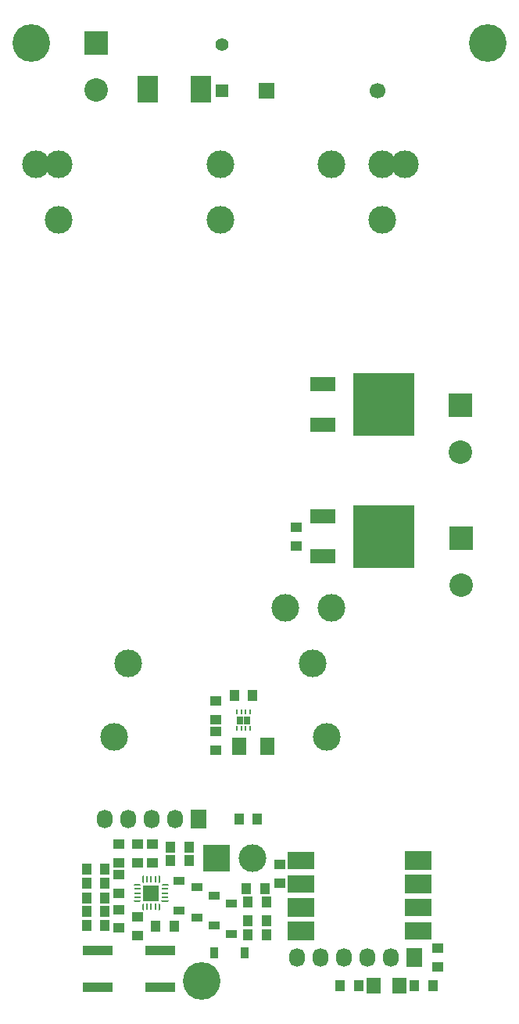
<source format=gts>
G04 #@! TF.FileFunction,Soldermask,Top*
%FSLAX46Y46*%
G04 Gerber Fmt 4.6, Leading zero omitted, Abs format (unit mm)*
G04 Created by KiCad (PCBNEW 4.0.2+dfsg1-stable) date dim. 11 sept. 2016 16:29:45 CEST*
%MOMM*%
G01*
G04 APERTURE LIST*
%ADD10C,0.150000*%
%ADD11R,0.280000X0.500000*%
%ADD12R,0.800000X0.900000*%
%ADD13C,3.000000*%
%ADD14R,1.700000X1.700000*%
%ADD15C,1.700000*%
%ADD16R,3.000000X3.000000*%
%ADD17R,1.250000X1.000000*%
%ADD18R,3.000000X1.900000*%
%ADD19R,3.000000X2.000000*%
%ADD20R,1.727200X2.032000*%
%ADD21O,1.727200X2.032000*%
%ADD22R,0.910000X1.220000*%
%ADD23R,1.000000X1.250000*%
%ADD24R,1.220000X0.910000*%
%ADD25R,1.597660X1.800860*%
%ADD26R,0.800000X0.200000*%
%ADD27R,0.200000X0.800000*%
%ADD28R,2.200000X3.000000*%
%ADD29R,1.501140X1.899920*%
%ADD30R,2.780000X1.550000*%
%ADD31R,6.730000X6.740000*%
%ADD32R,3.200000X1.000000*%
%ADD33R,2.540000X2.540000*%
%ADD34C,2.540000*%
%ADD35R,1.400000X1.400000*%
%ADD36C,1.400000*%
%ADD37C,4.064000*%
G04 APERTURE END LIST*
D10*
D11*
X106250000Y-33400000D03*
X105750000Y-33400000D03*
X105250000Y-33400000D03*
X104750000Y-33400000D03*
X104750000Y-35200000D03*
X105250000Y-35200000D03*
X105750000Y-35200000D03*
X106250000Y-35200000D03*
D12*
X105100000Y-34300000D03*
X105900000Y-34300000D03*
D13*
X91500000Y-36100000D03*
X114500000Y-36100000D03*
X123000000Y25900000D03*
X83000000Y25900000D03*
X120500000Y19900000D03*
X103000000Y19900000D03*
X85500000Y19900000D03*
X115000000Y-22100000D03*
X110000000Y-22100000D03*
X115000000Y25900000D03*
X85500000Y25900000D03*
X103000000Y25900000D03*
X120500000Y25900000D03*
X93000000Y-28100000D03*
X113000000Y-28100000D03*
D14*
X108000000Y33800000D03*
D15*
X120000000Y33800000D03*
D16*
X102600000Y-49200000D03*
D13*
X106485000Y-49200000D03*
D17*
X126500000Y-59000000D03*
X126500000Y-61000000D03*
D18*
X111750000Y-49490000D03*
X111750000Y-52030000D03*
D19*
X111750000Y-54570000D03*
X111750000Y-57110000D03*
D18*
X124450000Y-57110000D03*
X124450000Y-54570000D03*
D19*
X124450000Y-52030000D03*
X124450000Y-49490000D03*
D20*
X124000000Y-60000000D03*
D21*
X121460000Y-60000000D03*
X118920000Y-60000000D03*
X116380000Y-60000000D03*
X113840000Y-60000000D03*
X111300000Y-60000000D03*
D22*
X105635000Y-59500000D03*
X102365000Y-59500000D03*
D17*
X94000000Y-47700000D03*
X94000000Y-49700000D03*
D23*
X126000000Y-63000000D03*
X124000000Y-63000000D03*
D17*
X92000000Y-56800000D03*
X92000000Y-54800000D03*
X92000000Y-51000000D03*
X92000000Y-53000000D03*
D23*
X99600000Y-49500000D03*
X97600000Y-49500000D03*
X98000000Y-56575000D03*
X96000000Y-56575000D03*
D24*
X102300000Y-53265000D03*
X102300000Y-56535000D03*
X100500000Y-52365000D03*
X100500000Y-55635000D03*
X104200000Y-54165000D03*
X104200000Y-57435000D03*
X98500000Y-54935000D03*
X98500000Y-51665000D03*
D23*
X88500000Y-55000000D03*
X90500000Y-55000000D03*
X88500000Y-53500000D03*
X90500000Y-53500000D03*
X88500000Y-56500000D03*
X90500000Y-56500000D03*
D17*
X92000000Y-47700000D03*
X92000000Y-49700000D03*
X95600000Y-47700000D03*
X95600000Y-49700000D03*
D23*
X97600000Y-48000000D03*
X99600000Y-48000000D03*
X88500000Y-51900000D03*
X90500000Y-51900000D03*
X88500000Y-50400000D03*
X90500000Y-50400000D03*
D25*
X122419860Y-63000000D03*
X119580140Y-63000000D03*
D23*
X118000000Y-63000000D03*
X116000000Y-63000000D03*
D10*
G36*
X93600000Y-52200000D02*
X93700000Y-52000000D01*
X94300000Y-52000000D01*
X94400000Y-52200000D01*
X93600000Y-52200000D01*
X93600000Y-52200000D01*
G37*
D26*
X94000000Y-52550000D03*
X94000000Y-53000000D03*
X94000000Y-53450000D03*
D10*
G36*
X94400000Y-53800000D02*
X94300000Y-54000000D01*
X93700000Y-54000000D01*
X93600000Y-53800000D01*
X94400000Y-53800000D01*
X94400000Y-53800000D01*
G37*
G36*
X94700000Y-54900000D02*
X94500000Y-54800000D01*
X94500000Y-54200000D01*
X94700000Y-54100000D01*
X94700000Y-54900000D01*
X94700000Y-54900000D01*
G37*
D27*
X95050000Y-54500000D03*
X95500000Y-54500000D03*
X95950000Y-54500000D03*
D10*
G36*
X96300000Y-54100000D02*
X96500000Y-54200000D01*
X96500000Y-54800000D01*
X96300000Y-54900000D01*
X96300000Y-54100000D01*
X96300000Y-54100000D01*
G37*
G36*
X97400000Y-53800000D02*
X97300000Y-54000000D01*
X96700000Y-54000000D01*
X96600000Y-53800000D01*
X97400000Y-53800000D01*
X97400000Y-53800000D01*
G37*
D26*
X97000000Y-53450000D03*
X97000000Y-53000000D03*
X97000000Y-52550000D03*
D10*
G36*
X96600000Y-52200000D02*
X96700000Y-52000000D01*
X97300000Y-52000000D01*
X97400000Y-52200000D01*
X96600000Y-52200000D01*
X96600000Y-52200000D01*
G37*
G36*
X96300000Y-51100000D02*
X96500000Y-51200000D01*
X96500000Y-51800000D01*
X96300000Y-51900000D01*
X96300000Y-51100000D01*
X96300000Y-51100000D01*
G37*
D27*
X95950000Y-51500000D03*
X95500000Y-51500000D03*
X95050000Y-51500000D03*
D10*
G36*
X94700000Y-51900000D02*
X94500000Y-51800000D01*
X94500000Y-51200000D01*
X94700000Y-51100000D01*
X94700000Y-51900000D01*
X94700000Y-51900000D01*
G37*
D14*
X95500000Y-53000000D03*
D20*
X100600000Y-45000000D03*
D21*
X98060000Y-45000000D03*
X95520000Y-45000000D03*
X92980000Y-45000000D03*
X90440000Y-45000000D03*
D23*
X106500000Y-31600000D03*
X104500000Y-31600000D03*
D28*
X95100000Y34000000D03*
X100900000Y34000000D03*
D29*
X105076000Y-37100000D03*
X108124000Y-37100000D03*
D30*
X114100000Y-2280000D03*
D31*
X120735000Y-100000D03*
D30*
X114100000Y2080000D03*
D17*
X102500000Y-37500000D03*
X102500000Y-35500000D03*
X102500000Y-34200000D03*
X102500000Y-32200000D03*
D23*
X107800000Y-52500000D03*
X105800000Y-52500000D03*
X108000000Y-54000000D03*
X106000000Y-54000000D03*
X107000000Y-45000000D03*
X105000000Y-45000000D03*
X108000000Y-56000000D03*
X106000000Y-56000000D03*
X108000000Y-57500000D03*
X106000000Y-57500000D03*
D32*
X89700000Y-63200000D03*
X96500000Y-63200000D03*
X96500000Y-59200000D03*
X89700000Y-59200000D03*
D17*
X111200000Y-13400000D03*
X111200000Y-15400000D03*
D30*
X114100000Y-16580000D03*
D31*
X120735000Y-14400000D03*
D30*
X114100000Y-12220000D03*
D33*
X89500000Y39040000D03*
D34*
X89500000Y33960000D03*
D33*
X129000000Y-160000D03*
D34*
X129000000Y-5240000D03*
D33*
X129100000Y-14560000D03*
D34*
X129100000Y-19640000D03*
D35*
X103200000Y33800000D03*
D36*
X103200000Y38800000D03*
D17*
X94000000Y-57600000D03*
X94000000Y-55600000D03*
X109400000Y-49900000D03*
X109400000Y-51900000D03*
D37*
X101000000Y-62500000D03*
X132000000Y39000000D03*
X82500000Y39000000D03*
M02*

</source>
